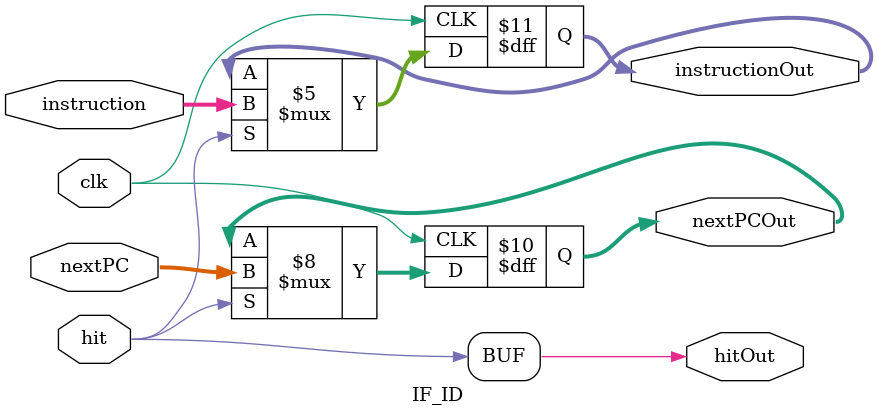
<source format=v>
`timescale 1ns / 1ps
module IF_ID #(localparam SIZE = 32)(
	input clk, hit,
	input [SIZE-1:0] nextPC,
	input [SIZE-1:0] instruction,
	
	output  hitOut,
	output reg[SIZE-1:0] nextPCOut = 0,
	output reg[SIZE-1:0] instructionOut = 0
    );
	
	
	always @(negedge clk) 
	begin
		if (hit)
		begin
			nextPCOut = nextPC;
			instructionOut = instruction;
		end
		
	end
	
	assign hitOut = hit;
	

endmodule

</source>
